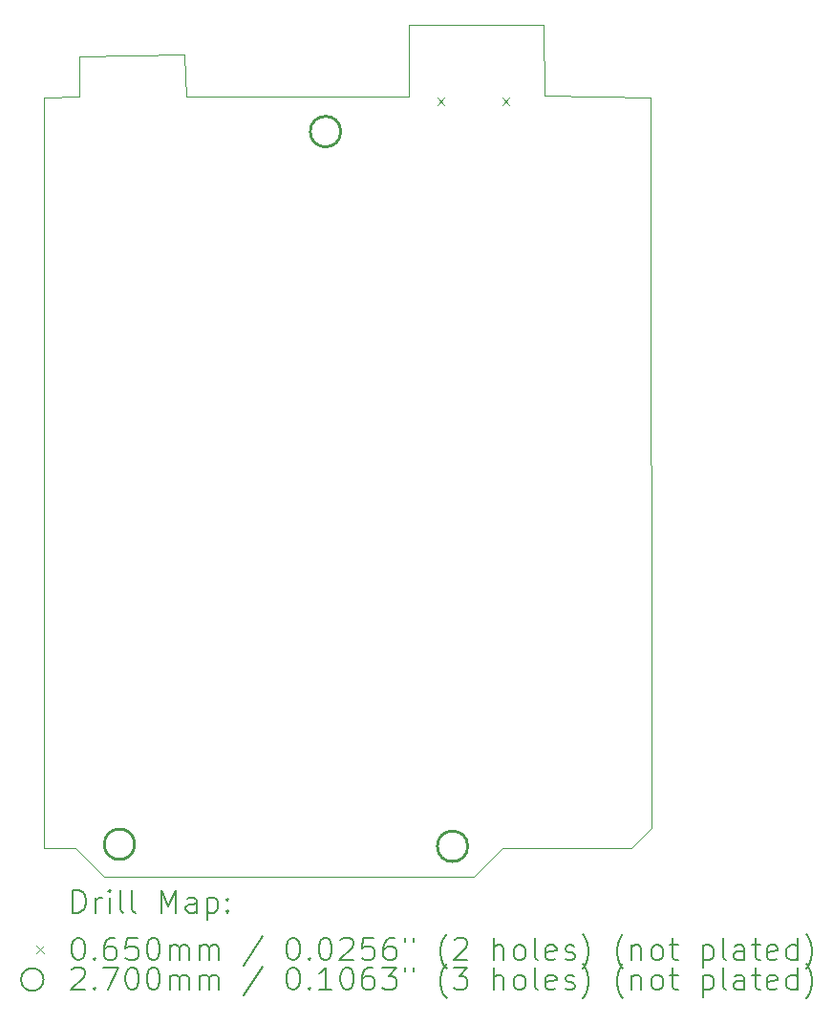
<source format=gbr>
%TF.GenerationSoftware,KiCad,Pcbnew,7.0.10*%
%TF.CreationDate,2024-01-11T23:09:00+05:30*%
%TF.ProjectId,rp2040-basic-m1,72703230-3430-42d6-9261-7369632d6d31,rev?*%
%TF.SameCoordinates,Original*%
%TF.FileFunction,Drillmap*%
%TF.FilePolarity,Positive*%
%FSLAX45Y45*%
G04 Gerber Fmt 4.5, Leading zero omitted, Abs format (unit mm)*
G04 Created by KiCad (PCBNEW 7.0.10) date 2024-01-11 23:09:00*
%MOMM*%
%LPD*%
G01*
G04 APERTURE LIST*
%ADD10C,0.100000*%
%ADD11C,0.200000*%
%ADD12C,0.270000*%
G04 APERTURE END LIST*
D10*
X23635000Y-3945000D02*
X23646000Y-4313000D01*
X26818000Y-3679000D02*
X26819000Y-4310000D01*
X22699000Y-4317000D02*
X22700000Y-3956000D01*
X22388000Y-10970000D02*
X22389000Y-4320000D01*
X27769000Y-10794000D02*
X27594000Y-10968000D01*
X26194000Y-11224000D02*
X22919000Y-11225000D01*
X22700000Y-3956000D02*
X23635000Y-3945000D01*
X26454000Y-10970000D02*
X26194000Y-11224000D01*
X23646000Y-4313000D02*
X25620000Y-4314000D01*
X25624000Y-3683000D02*
X26818000Y-3679000D01*
X25620000Y-4314000D02*
X25624000Y-3683000D01*
X22664000Y-10972000D02*
X22388000Y-10970000D01*
X22919000Y-11225000D02*
X22664000Y-10972000D01*
X27594000Y-10968000D02*
X26454000Y-10970000D01*
X26819000Y-4310000D02*
X27767000Y-4321000D01*
X27767000Y-4321000D02*
X27769000Y-10794000D01*
X22389000Y-4320000D02*
X22699000Y-4317000D01*
D11*
D10*
X25871000Y-4325500D02*
X25936000Y-4390500D01*
X25936000Y-4325500D02*
X25871000Y-4390500D01*
X26449000Y-4325500D02*
X26514000Y-4390500D01*
X26514000Y-4325500D02*
X26449000Y-4390500D01*
D12*
X23191000Y-10936000D02*
G75*
G03*
X22921000Y-10936000I-135000J0D01*
G01*
X22921000Y-10936000D02*
G75*
G03*
X23191000Y-10936000I135000J0D01*
G01*
X25017000Y-4625000D02*
G75*
G03*
X24747000Y-4625000I-135000J0D01*
G01*
X24747000Y-4625000D02*
G75*
G03*
X25017000Y-4625000I135000J0D01*
G01*
X26143000Y-10954000D02*
G75*
G03*
X25873000Y-10954000I-135000J0D01*
G01*
X25873000Y-10954000D02*
G75*
G03*
X26143000Y-10954000I135000J0D01*
G01*
D11*
X22643777Y-11541484D02*
X22643777Y-11341484D01*
X22643777Y-11341484D02*
X22691396Y-11341484D01*
X22691396Y-11341484D02*
X22719967Y-11351008D01*
X22719967Y-11351008D02*
X22739015Y-11370055D01*
X22739015Y-11370055D02*
X22748539Y-11389103D01*
X22748539Y-11389103D02*
X22758062Y-11427198D01*
X22758062Y-11427198D02*
X22758062Y-11455769D01*
X22758062Y-11455769D02*
X22748539Y-11493865D01*
X22748539Y-11493865D02*
X22739015Y-11512912D01*
X22739015Y-11512912D02*
X22719967Y-11531960D01*
X22719967Y-11531960D02*
X22691396Y-11541484D01*
X22691396Y-11541484D02*
X22643777Y-11541484D01*
X22843777Y-11541484D02*
X22843777Y-11408150D01*
X22843777Y-11446246D02*
X22853301Y-11427198D01*
X22853301Y-11427198D02*
X22862824Y-11417674D01*
X22862824Y-11417674D02*
X22881872Y-11408150D01*
X22881872Y-11408150D02*
X22900920Y-11408150D01*
X22967586Y-11541484D02*
X22967586Y-11408150D01*
X22967586Y-11341484D02*
X22958062Y-11351008D01*
X22958062Y-11351008D02*
X22967586Y-11360531D01*
X22967586Y-11360531D02*
X22977110Y-11351008D01*
X22977110Y-11351008D02*
X22967586Y-11341484D01*
X22967586Y-11341484D02*
X22967586Y-11360531D01*
X23091396Y-11541484D02*
X23072348Y-11531960D01*
X23072348Y-11531960D02*
X23062824Y-11512912D01*
X23062824Y-11512912D02*
X23062824Y-11341484D01*
X23196158Y-11541484D02*
X23177110Y-11531960D01*
X23177110Y-11531960D02*
X23167586Y-11512912D01*
X23167586Y-11512912D02*
X23167586Y-11341484D01*
X23424729Y-11541484D02*
X23424729Y-11341484D01*
X23424729Y-11341484D02*
X23491396Y-11484341D01*
X23491396Y-11484341D02*
X23558062Y-11341484D01*
X23558062Y-11341484D02*
X23558062Y-11541484D01*
X23739015Y-11541484D02*
X23739015Y-11436722D01*
X23739015Y-11436722D02*
X23729491Y-11417674D01*
X23729491Y-11417674D02*
X23710443Y-11408150D01*
X23710443Y-11408150D02*
X23672348Y-11408150D01*
X23672348Y-11408150D02*
X23653301Y-11417674D01*
X23739015Y-11531960D02*
X23719967Y-11541484D01*
X23719967Y-11541484D02*
X23672348Y-11541484D01*
X23672348Y-11541484D02*
X23653301Y-11531960D01*
X23653301Y-11531960D02*
X23643777Y-11512912D01*
X23643777Y-11512912D02*
X23643777Y-11493865D01*
X23643777Y-11493865D02*
X23653301Y-11474817D01*
X23653301Y-11474817D02*
X23672348Y-11465293D01*
X23672348Y-11465293D02*
X23719967Y-11465293D01*
X23719967Y-11465293D02*
X23739015Y-11455769D01*
X23834253Y-11408150D02*
X23834253Y-11608150D01*
X23834253Y-11417674D02*
X23853301Y-11408150D01*
X23853301Y-11408150D02*
X23891396Y-11408150D01*
X23891396Y-11408150D02*
X23910443Y-11417674D01*
X23910443Y-11417674D02*
X23919967Y-11427198D01*
X23919967Y-11427198D02*
X23929491Y-11446246D01*
X23929491Y-11446246D02*
X23929491Y-11503388D01*
X23929491Y-11503388D02*
X23919967Y-11522436D01*
X23919967Y-11522436D02*
X23910443Y-11531960D01*
X23910443Y-11531960D02*
X23891396Y-11541484D01*
X23891396Y-11541484D02*
X23853301Y-11541484D01*
X23853301Y-11541484D02*
X23834253Y-11531960D01*
X24015205Y-11522436D02*
X24024729Y-11531960D01*
X24024729Y-11531960D02*
X24015205Y-11541484D01*
X24015205Y-11541484D02*
X24005682Y-11531960D01*
X24005682Y-11531960D02*
X24015205Y-11522436D01*
X24015205Y-11522436D02*
X24015205Y-11541484D01*
X24015205Y-11417674D02*
X24024729Y-11427198D01*
X24024729Y-11427198D02*
X24015205Y-11436722D01*
X24015205Y-11436722D02*
X24005682Y-11427198D01*
X24005682Y-11427198D02*
X24015205Y-11417674D01*
X24015205Y-11417674D02*
X24015205Y-11436722D01*
D10*
X22318000Y-11837500D02*
X22383000Y-11902500D01*
X22383000Y-11837500D02*
X22318000Y-11902500D01*
D11*
X22681872Y-11761484D02*
X22700920Y-11761484D01*
X22700920Y-11761484D02*
X22719967Y-11771008D01*
X22719967Y-11771008D02*
X22729491Y-11780531D01*
X22729491Y-11780531D02*
X22739015Y-11799579D01*
X22739015Y-11799579D02*
X22748539Y-11837674D01*
X22748539Y-11837674D02*
X22748539Y-11885293D01*
X22748539Y-11885293D02*
X22739015Y-11923388D01*
X22739015Y-11923388D02*
X22729491Y-11942436D01*
X22729491Y-11942436D02*
X22719967Y-11951960D01*
X22719967Y-11951960D02*
X22700920Y-11961484D01*
X22700920Y-11961484D02*
X22681872Y-11961484D01*
X22681872Y-11961484D02*
X22662824Y-11951960D01*
X22662824Y-11951960D02*
X22653301Y-11942436D01*
X22653301Y-11942436D02*
X22643777Y-11923388D01*
X22643777Y-11923388D02*
X22634253Y-11885293D01*
X22634253Y-11885293D02*
X22634253Y-11837674D01*
X22634253Y-11837674D02*
X22643777Y-11799579D01*
X22643777Y-11799579D02*
X22653301Y-11780531D01*
X22653301Y-11780531D02*
X22662824Y-11771008D01*
X22662824Y-11771008D02*
X22681872Y-11761484D01*
X22834253Y-11942436D02*
X22843777Y-11951960D01*
X22843777Y-11951960D02*
X22834253Y-11961484D01*
X22834253Y-11961484D02*
X22824729Y-11951960D01*
X22824729Y-11951960D02*
X22834253Y-11942436D01*
X22834253Y-11942436D02*
X22834253Y-11961484D01*
X23015205Y-11761484D02*
X22977110Y-11761484D01*
X22977110Y-11761484D02*
X22958062Y-11771008D01*
X22958062Y-11771008D02*
X22948539Y-11780531D01*
X22948539Y-11780531D02*
X22929491Y-11809103D01*
X22929491Y-11809103D02*
X22919967Y-11847198D01*
X22919967Y-11847198D02*
X22919967Y-11923388D01*
X22919967Y-11923388D02*
X22929491Y-11942436D01*
X22929491Y-11942436D02*
X22939015Y-11951960D01*
X22939015Y-11951960D02*
X22958062Y-11961484D01*
X22958062Y-11961484D02*
X22996158Y-11961484D01*
X22996158Y-11961484D02*
X23015205Y-11951960D01*
X23015205Y-11951960D02*
X23024729Y-11942436D01*
X23024729Y-11942436D02*
X23034253Y-11923388D01*
X23034253Y-11923388D02*
X23034253Y-11875769D01*
X23034253Y-11875769D02*
X23024729Y-11856722D01*
X23024729Y-11856722D02*
X23015205Y-11847198D01*
X23015205Y-11847198D02*
X22996158Y-11837674D01*
X22996158Y-11837674D02*
X22958062Y-11837674D01*
X22958062Y-11837674D02*
X22939015Y-11847198D01*
X22939015Y-11847198D02*
X22929491Y-11856722D01*
X22929491Y-11856722D02*
X22919967Y-11875769D01*
X23215205Y-11761484D02*
X23119967Y-11761484D01*
X23119967Y-11761484D02*
X23110443Y-11856722D01*
X23110443Y-11856722D02*
X23119967Y-11847198D01*
X23119967Y-11847198D02*
X23139015Y-11837674D01*
X23139015Y-11837674D02*
X23186634Y-11837674D01*
X23186634Y-11837674D02*
X23205682Y-11847198D01*
X23205682Y-11847198D02*
X23215205Y-11856722D01*
X23215205Y-11856722D02*
X23224729Y-11875769D01*
X23224729Y-11875769D02*
X23224729Y-11923388D01*
X23224729Y-11923388D02*
X23215205Y-11942436D01*
X23215205Y-11942436D02*
X23205682Y-11951960D01*
X23205682Y-11951960D02*
X23186634Y-11961484D01*
X23186634Y-11961484D02*
X23139015Y-11961484D01*
X23139015Y-11961484D02*
X23119967Y-11951960D01*
X23119967Y-11951960D02*
X23110443Y-11942436D01*
X23348539Y-11761484D02*
X23367586Y-11761484D01*
X23367586Y-11761484D02*
X23386634Y-11771008D01*
X23386634Y-11771008D02*
X23396158Y-11780531D01*
X23396158Y-11780531D02*
X23405682Y-11799579D01*
X23405682Y-11799579D02*
X23415205Y-11837674D01*
X23415205Y-11837674D02*
X23415205Y-11885293D01*
X23415205Y-11885293D02*
X23405682Y-11923388D01*
X23405682Y-11923388D02*
X23396158Y-11942436D01*
X23396158Y-11942436D02*
X23386634Y-11951960D01*
X23386634Y-11951960D02*
X23367586Y-11961484D01*
X23367586Y-11961484D02*
X23348539Y-11961484D01*
X23348539Y-11961484D02*
X23329491Y-11951960D01*
X23329491Y-11951960D02*
X23319967Y-11942436D01*
X23319967Y-11942436D02*
X23310443Y-11923388D01*
X23310443Y-11923388D02*
X23300920Y-11885293D01*
X23300920Y-11885293D02*
X23300920Y-11837674D01*
X23300920Y-11837674D02*
X23310443Y-11799579D01*
X23310443Y-11799579D02*
X23319967Y-11780531D01*
X23319967Y-11780531D02*
X23329491Y-11771008D01*
X23329491Y-11771008D02*
X23348539Y-11761484D01*
X23500920Y-11961484D02*
X23500920Y-11828150D01*
X23500920Y-11847198D02*
X23510443Y-11837674D01*
X23510443Y-11837674D02*
X23529491Y-11828150D01*
X23529491Y-11828150D02*
X23558063Y-11828150D01*
X23558063Y-11828150D02*
X23577110Y-11837674D01*
X23577110Y-11837674D02*
X23586634Y-11856722D01*
X23586634Y-11856722D02*
X23586634Y-11961484D01*
X23586634Y-11856722D02*
X23596158Y-11837674D01*
X23596158Y-11837674D02*
X23615205Y-11828150D01*
X23615205Y-11828150D02*
X23643777Y-11828150D01*
X23643777Y-11828150D02*
X23662824Y-11837674D01*
X23662824Y-11837674D02*
X23672348Y-11856722D01*
X23672348Y-11856722D02*
X23672348Y-11961484D01*
X23767586Y-11961484D02*
X23767586Y-11828150D01*
X23767586Y-11847198D02*
X23777110Y-11837674D01*
X23777110Y-11837674D02*
X23796158Y-11828150D01*
X23796158Y-11828150D02*
X23824729Y-11828150D01*
X23824729Y-11828150D02*
X23843777Y-11837674D01*
X23843777Y-11837674D02*
X23853301Y-11856722D01*
X23853301Y-11856722D02*
X23853301Y-11961484D01*
X23853301Y-11856722D02*
X23862824Y-11837674D01*
X23862824Y-11837674D02*
X23881872Y-11828150D01*
X23881872Y-11828150D02*
X23910443Y-11828150D01*
X23910443Y-11828150D02*
X23929491Y-11837674D01*
X23929491Y-11837674D02*
X23939015Y-11856722D01*
X23939015Y-11856722D02*
X23939015Y-11961484D01*
X24329491Y-11751960D02*
X24158063Y-12009103D01*
X24586634Y-11761484D02*
X24605682Y-11761484D01*
X24605682Y-11761484D02*
X24624729Y-11771008D01*
X24624729Y-11771008D02*
X24634253Y-11780531D01*
X24634253Y-11780531D02*
X24643777Y-11799579D01*
X24643777Y-11799579D02*
X24653301Y-11837674D01*
X24653301Y-11837674D02*
X24653301Y-11885293D01*
X24653301Y-11885293D02*
X24643777Y-11923388D01*
X24643777Y-11923388D02*
X24634253Y-11942436D01*
X24634253Y-11942436D02*
X24624729Y-11951960D01*
X24624729Y-11951960D02*
X24605682Y-11961484D01*
X24605682Y-11961484D02*
X24586634Y-11961484D01*
X24586634Y-11961484D02*
X24567586Y-11951960D01*
X24567586Y-11951960D02*
X24558063Y-11942436D01*
X24558063Y-11942436D02*
X24548539Y-11923388D01*
X24548539Y-11923388D02*
X24539015Y-11885293D01*
X24539015Y-11885293D02*
X24539015Y-11837674D01*
X24539015Y-11837674D02*
X24548539Y-11799579D01*
X24548539Y-11799579D02*
X24558063Y-11780531D01*
X24558063Y-11780531D02*
X24567586Y-11771008D01*
X24567586Y-11771008D02*
X24586634Y-11761484D01*
X24739015Y-11942436D02*
X24748539Y-11951960D01*
X24748539Y-11951960D02*
X24739015Y-11961484D01*
X24739015Y-11961484D02*
X24729491Y-11951960D01*
X24729491Y-11951960D02*
X24739015Y-11942436D01*
X24739015Y-11942436D02*
X24739015Y-11961484D01*
X24872348Y-11761484D02*
X24891396Y-11761484D01*
X24891396Y-11761484D02*
X24910444Y-11771008D01*
X24910444Y-11771008D02*
X24919967Y-11780531D01*
X24919967Y-11780531D02*
X24929491Y-11799579D01*
X24929491Y-11799579D02*
X24939015Y-11837674D01*
X24939015Y-11837674D02*
X24939015Y-11885293D01*
X24939015Y-11885293D02*
X24929491Y-11923388D01*
X24929491Y-11923388D02*
X24919967Y-11942436D01*
X24919967Y-11942436D02*
X24910444Y-11951960D01*
X24910444Y-11951960D02*
X24891396Y-11961484D01*
X24891396Y-11961484D02*
X24872348Y-11961484D01*
X24872348Y-11961484D02*
X24853301Y-11951960D01*
X24853301Y-11951960D02*
X24843777Y-11942436D01*
X24843777Y-11942436D02*
X24834253Y-11923388D01*
X24834253Y-11923388D02*
X24824729Y-11885293D01*
X24824729Y-11885293D02*
X24824729Y-11837674D01*
X24824729Y-11837674D02*
X24834253Y-11799579D01*
X24834253Y-11799579D02*
X24843777Y-11780531D01*
X24843777Y-11780531D02*
X24853301Y-11771008D01*
X24853301Y-11771008D02*
X24872348Y-11761484D01*
X25015206Y-11780531D02*
X25024729Y-11771008D01*
X25024729Y-11771008D02*
X25043777Y-11761484D01*
X25043777Y-11761484D02*
X25091396Y-11761484D01*
X25091396Y-11761484D02*
X25110444Y-11771008D01*
X25110444Y-11771008D02*
X25119967Y-11780531D01*
X25119967Y-11780531D02*
X25129491Y-11799579D01*
X25129491Y-11799579D02*
X25129491Y-11818627D01*
X25129491Y-11818627D02*
X25119967Y-11847198D01*
X25119967Y-11847198D02*
X25005682Y-11961484D01*
X25005682Y-11961484D02*
X25129491Y-11961484D01*
X25310444Y-11761484D02*
X25215206Y-11761484D01*
X25215206Y-11761484D02*
X25205682Y-11856722D01*
X25205682Y-11856722D02*
X25215206Y-11847198D01*
X25215206Y-11847198D02*
X25234253Y-11837674D01*
X25234253Y-11837674D02*
X25281872Y-11837674D01*
X25281872Y-11837674D02*
X25300920Y-11847198D01*
X25300920Y-11847198D02*
X25310444Y-11856722D01*
X25310444Y-11856722D02*
X25319967Y-11875769D01*
X25319967Y-11875769D02*
X25319967Y-11923388D01*
X25319967Y-11923388D02*
X25310444Y-11942436D01*
X25310444Y-11942436D02*
X25300920Y-11951960D01*
X25300920Y-11951960D02*
X25281872Y-11961484D01*
X25281872Y-11961484D02*
X25234253Y-11961484D01*
X25234253Y-11961484D02*
X25215206Y-11951960D01*
X25215206Y-11951960D02*
X25205682Y-11942436D01*
X25491396Y-11761484D02*
X25453301Y-11761484D01*
X25453301Y-11761484D02*
X25434253Y-11771008D01*
X25434253Y-11771008D02*
X25424729Y-11780531D01*
X25424729Y-11780531D02*
X25405682Y-11809103D01*
X25405682Y-11809103D02*
X25396158Y-11847198D01*
X25396158Y-11847198D02*
X25396158Y-11923388D01*
X25396158Y-11923388D02*
X25405682Y-11942436D01*
X25405682Y-11942436D02*
X25415206Y-11951960D01*
X25415206Y-11951960D02*
X25434253Y-11961484D01*
X25434253Y-11961484D02*
X25472348Y-11961484D01*
X25472348Y-11961484D02*
X25491396Y-11951960D01*
X25491396Y-11951960D02*
X25500920Y-11942436D01*
X25500920Y-11942436D02*
X25510444Y-11923388D01*
X25510444Y-11923388D02*
X25510444Y-11875769D01*
X25510444Y-11875769D02*
X25500920Y-11856722D01*
X25500920Y-11856722D02*
X25491396Y-11847198D01*
X25491396Y-11847198D02*
X25472348Y-11837674D01*
X25472348Y-11837674D02*
X25434253Y-11837674D01*
X25434253Y-11837674D02*
X25415206Y-11847198D01*
X25415206Y-11847198D02*
X25405682Y-11856722D01*
X25405682Y-11856722D02*
X25396158Y-11875769D01*
X25586634Y-11761484D02*
X25586634Y-11799579D01*
X25662825Y-11761484D02*
X25662825Y-11799579D01*
X25958063Y-12037674D02*
X25948539Y-12028150D01*
X25948539Y-12028150D02*
X25929491Y-11999579D01*
X25929491Y-11999579D02*
X25919968Y-11980531D01*
X25919968Y-11980531D02*
X25910444Y-11951960D01*
X25910444Y-11951960D02*
X25900920Y-11904341D01*
X25900920Y-11904341D02*
X25900920Y-11866246D01*
X25900920Y-11866246D02*
X25910444Y-11818627D01*
X25910444Y-11818627D02*
X25919968Y-11790055D01*
X25919968Y-11790055D02*
X25929491Y-11771008D01*
X25929491Y-11771008D02*
X25948539Y-11742436D01*
X25948539Y-11742436D02*
X25958063Y-11732912D01*
X26024729Y-11780531D02*
X26034253Y-11771008D01*
X26034253Y-11771008D02*
X26053301Y-11761484D01*
X26053301Y-11761484D02*
X26100920Y-11761484D01*
X26100920Y-11761484D02*
X26119968Y-11771008D01*
X26119968Y-11771008D02*
X26129491Y-11780531D01*
X26129491Y-11780531D02*
X26139015Y-11799579D01*
X26139015Y-11799579D02*
X26139015Y-11818627D01*
X26139015Y-11818627D02*
X26129491Y-11847198D01*
X26129491Y-11847198D02*
X26015206Y-11961484D01*
X26015206Y-11961484D02*
X26139015Y-11961484D01*
X26377110Y-11961484D02*
X26377110Y-11761484D01*
X26462825Y-11961484D02*
X26462825Y-11856722D01*
X26462825Y-11856722D02*
X26453301Y-11837674D01*
X26453301Y-11837674D02*
X26434253Y-11828150D01*
X26434253Y-11828150D02*
X26405682Y-11828150D01*
X26405682Y-11828150D02*
X26386634Y-11837674D01*
X26386634Y-11837674D02*
X26377110Y-11847198D01*
X26586634Y-11961484D02*
X26567587Y-11951960D01*
X26567587Y-11951960D02*
X26558063Y-11942436D01*
X26558063Y-11942436D02*
X26548539Y-11923388D01*
X26548539Y-11923388D02*
X26548539Y-11866246D01*
X26548539Y-11866246D02*
X26558063Y-11847198D01*
X26558063Y-11847198D02*
X26567587Y-11837674D01*
X26567587Y-11837674D02*
X26586634Y-11828150D01*
X26586634Y-11828150D02*
X26615206Y-11828150D01*
X26615206Y-11828150D02*
X26634253Y-11837674D01*
X26634253Y-11837674D02*
X26643777Y-11847198D01*
X26643777Y-11847198D02*
X26653301Y-11866246D01*
X26653301Y-11866246D02*
X26653301Y-11923388D01*
X26653301Y-11923388D02*
X26643777Y-11942436D01*
X26643777Y-11942436D02*
X26634253Y-11951960D01*
X26634253Y-11951960D02*
X26615206Y-11961484D01*
X26615206Y-11961484D02*
X26586634Y-11961484D01*
X26767587Y-11961484D02*
X26748539Y-11951960D01*
X26748539Y-11951960D02*
X26739015Y-11932912D01*
X26739015Y-11932912D02*
X26739015Y-11761484D01*
X26919968Y-11951960D02*
X26900920Y-11961484D01*
X26900920Y-11961484D02*
X26862825Y-11961484D01*
X26862825Y-11961484D02*
X26843777Y-11951960D01*
X26843777Y-11951960D02*
X26834253Y-11932912D01*
X26834253Y-11932912D02*
X26834253Y-11856722D01*
X26834253Y-11856722D02*
X26843777Y-11837674D01*
X26843777Y-11837674D02*
X26862825Y-11828150D01*
X26862825Y-11828150D02*
X26900920Y-11828150D01*
X26900920Y-11828150D02*
X26919968Y-11837674D01*
X26919968Y-11837674D02*
X26929491Y-11856722D01*
X26929491Y-11856722D02*
X26929491Y-11875769D01*
X26929491Y-11875769D02*
X26834253Y-11894817D01*
X27005682Y-11951960D02*
X27024730Y-11961484D01*
X27024730Y-11961484D02*
X27062825Y-11961484D01*
X27062825Y-11961484D02*
X27081872Y-11951960D01*
X27081872Y-11951960D02*
X27091396Y-11932912D01*
X27091396Y-11932912D02*
X27091396Y-11923388D01*
X27091396Y-11923388D02*
X27081872Y-11904341D01*
X27081872Y-11904341D02*
X27062825Y-11894817D01*
X27062825Y-11894817D02*
X27034253Y-11894817D01*
X27034253Y-11894817D02*
X27015206Y-11885293D01*
X27015206Y-11885293D02*
X27005682Y-11866246D01*
X27005682Y-11866246D02*
X27005682Y-11856722D01*
X27005682Y-11856722D02*
X27015206Y-11837674D01*
X27015206Y-11837674D02*
X27034253Y-11828150D01*
X27034253Y-11828150D02*
X27062825Y-11828150D01*
X27062825Y-11828150D02*
X27081872Y-11837674D01*
X27158063Y-12037674D02*
X27167587Y-12028150D01*
X27167587Y-12028150D02*
X27186634Y-11999579D01*
X27186634Y-11999579D02*
X27196158Y-11980531D01*
X27196158Y-11980531D02*
X27205682Y-11951960D01*
X27205682Y-11951960D02*
X27215206Y-11904341D01*
X27215206Y-11904341D02*
X27215206Y-11866246D01*
X27215206Y-11866246D02*
X27205682Y-11818627D01*
X27205682Y-11818627D02*
X27196158Y-11790055D01*
X27196158Y-11790055D02*
X27186634Y-11771008D01*
X27186634Y-11771008D02*
X27167587Y-11742436D01*
X27167587Y-11742436D02*
X27158063Y-11732912D01*
X27519968Y-12037674D02*
X27510444Y-12028150D01*
X27510444Y-12028150D02*
X27491396Y-11999579D01*
X27491396Y-11999579D02*
X27481872Y-11980531D01*
X27481872Y-11980531D02*
X27472349Y-11951960D01*
X27472349Y-11951960D02*
X27462825Y-11904341D01*
X27462825Y-11904341D02*
X27462825Y-11866246D01*
X27462825Y-11866246D02*
X27472349Y-11818627D01*
X27472349Y-11818627D02*
X27481872Y-11790055D01*
X27481872Y-11790055D02*
X27491396Y-11771008D01*
X27491396Y-11771008D02*
X27510444Y-11742436D01*
X27510444Y-11742436D02*
X27519968Y-11732912D01*
X27596158Y-11828150D02*
X27596158Y-11961484D01*
X27596158Y-11847198D02*
X27605682Y-11837674D01*
X27605682Y-11837674D02*
X27624730Y-11828150D01*
X27624730Y-11828150D02*
X27653301Y-11828150D01*
X27653301Y-11828150D02*
X27672349Y-11837674D01*
X27672349Y-11837674D02*
X27681872Y-11856722D01*
X27681872Y-11856722D02*
X27681872Y-11961484D01*
X27805682Y-11961484D02*
X27786634Y-11951960D01*
X27786634Y-11951960D02*
X27777111Y-11942436D01*
X27777111Y-11942436D02*
X27767587Y-11923388D01*
X27767587Y-11923388D02*
X27767587Y-11866246D01*
X27767587Y-11866246D02*
X27777111Y-11847198D01*
X27777111Y-11847198D02*
X27786634Y-11837674D01*
X27786634Y-11837674D02*
X27805682Y-11828150D01*
X27805682Y-11828150D02*
X27834253Y-11828150D01*
X27834253Y-11828150D02*
X27853301Y-11837674D01*
X27853301Y-11837674D02*
X27862825Y-11847198D01*
X27862825Y-11847198D02*
X27872349Y-11866246D01*
X27872349Y-11866246D02*
X27872349Y-11923388D01*
X27872349Y-11923388D02*
X27862825Y-11942436D01*
X27862825Y-11942436D02*
X27853301Y-11951960D01*
X27853301Y-11951960D02*
X27834253Y-11961484D01*
X27834253Y-11961484D02*
X27805682Y-11961484D01*
X27929492Y-11828150D02*
X28005682Y-11828150D01*
X27958063Y-11761484D02*
X27958063Y-11932912D01*
X27958063Y-11932912D02*
X27967587Y-11951960D01*
X27967587Y-11951960D02*
X27986634Y-11961484D01*
X27986634Y-11961484D02*
X28005682Y-11961484D01*
X28224730Y-11828150D02*
X28224730Y-12028150D01*
X28224730Y-11837674D02*
X28243777Y-11828150D01*
X28243777Y-11828150D02*
X28281873Y-11828150D01*
X28281873Y-11828150D02*
X28300920Y-11837674D01*
X28300920Y-11837674D02*
X28310444Y-11847198D01*
X28310444Y-11847198D02*
X28319968Y-11866246D01*
X28319968Y-11866246D02*
X28319968Y-11923388D01*
X28319968Y-11923388D02*
X28310444Y-11942436D01*
X28310444Y-11942436D02*
X28300920Y-11951960D01*
X28300920Y-11951960D02*
X28281873Y-11961484D01*
X28281873Y-11961484D02*
X28243777Y-11961484D01*
X28243777Y-11961484D02*
X28224730Y-11951960D01*
X28434253Y-11961484D02*
X28415206Y-11951960D01*
X28415206Y-11951960D02*
X28405682Y-11932912D01*
X28405682Y-11932912D02*
X28405682Y-11761484D01*
X28596158Y-11961484D02*
X28596158Y-11856722D01*
X28596158Y-11856722D02*
X28586634Y-11837674D01*
X28586634Y-11837674D02*
X28567587Y-11828150D01*
X28567587Y-11828150D02*
X28529492Y-11828150D01*
X28529492Y-11828150D02*
X28510444Y-11837674D01*
X28596158Y-11951960D02*
X28577111Y-11961484D01*
X28577111Y-11961484D02*
X28529492Y-11961484D01*
X28529492Y-11961484D02*
X28510444Y-11951960D01*
X28510444Y-11951960D02*
X28500920Y-11932912D01*
X28500920Y-11932912D02*
X28500920Y-11913865D01*
X28500920Y-11913865D02*
X28510444Y-11894817D01*
X28510444Y-11894817D02*
X28529492Y-11885293D01*
X28529492Y-11885293D02*
X28577111Y-11885293D01*
X28577111Y-11885293D02*
X28596158Y-11875769D01*
X28662825Y-11828150D02*
X28739015Y-11828150D01*
X28691396Y-11761484D02*
X28691396Y-11932912D01*
X28691396Y-11932912D02*
X28700920Y-11951960D01*
X28700920Y-11951960D02*
X28719968Y-11961484D01*
X28719968Y-11961484D02*
X28739015Y-11961484D01*
X28881873Y-11951960D02*
X28862825Y-11961484D01*
X28862825Y-11961484D02*
X28824730Y-11961484D01*
X28824730Y-11961484D02*
X28805682Y-11951960D01*
X28805682Y-11951960D02*
X28796158Y-11932912D01*
X28796158Y-11932912D02*
X28796158Y-11856722D01*
X28796158Y-11856722D02*
X28805682Y-11837674D01*
X28805682Y-11837674D02*
X28824730Y-11828150D01*
X28824730Y-11828150D02*
X28862825Y-11828150D01*
X28862825Y-11828150D02*
X28881873Y-11837674D01*
X28881873Y-11837674D02*
X28891396Y-11856722D01*
X28891396Y-11856722D02*
X28891396Y-11875769D01*
X28891396Y-11875769D02*
X28796158Y-11894817D01*
X29062825Y-11961484D02*
X29062825Y-11761484D01*
X29062825Y-11951960D02*
X29043777Y-11961484D01*
X29043777Y-11961484D02*
X29005682Y-11961484D01*
X29005682Y-11961484D02*
X28986634Y-11951960D01*
X28986634Y-11951960D02*
X28977111Y-11942436D01*
X28977111Y-11942436D02*
X28967587Y-11923388D01*
X28967587Y-11923388D02*
X28967587Y-11866246D01*
X28967587Y-11866246D02*
X28977111Y-11847198D01*
X28977111Y-11847198D02*
X28986634Y-11837674D01*
X28986634Y-11837674D02*
X29005682Y-11828150D01*
X29005682Y-11828150D02*
X29043777Y-11828150D01*
X29043777Y-11828150D02*
X29062825Y-11837674D01*
X29139015Y-12037674D02*
X29148539Y-12028150D01*
X29148539Y-12028150D02*
X29167587Y-11999579D01*
X29167587Y-11999579D02*
X29177111Y-11980531D01*
X29177111Y-11980531D02*
X29186634Y-11951960D01*
X29186634Y-11951960D02*
X29196158Y-11904341D01*
X29196158Y-11904341D02*
X29196158Y-11866246D01*
X29196158Y-11866246D02*
X29186634Y-11818627D01*
X29186634Y-11818627D02*
X29177111Y-11790055D01*
X29177111Y-11790055D02*
X29167587Y-11771008D01*
X29167587Y-11771008D02*
X29148539Y-11742436D01*
X29148539Y-11742436D02*
X29139015Y-11732912D01*
X22383000Y-12134000D02*
G75*
G03*
X22183000Y-12134000I-100000J0D01*
G01*
X22183000Y-12134000D02*
G75*
G03*
X22383000Y-12134000I100000J0D01*
G01*
X22634253Y-12044531D02*
X22643777Y-12035008D01*
X22643777Y-12035008D02*
X22662824Y-12025484D01*
X22662824Y-12025484D02*
X22710443Y-12025484D01*
X22710443Y-12025484D02*
X22729491Y-12035008D01*
X22729491Y-12035008D02*
X22739015Y-12044531D01*
X22739015Y-12044531D02*
X22748539Y-12063579D01*
X22748539Y-12063579D02*
X22748539Y-12082627D01*
X22748539Y-12082627D02*
X22739015Y-12111198D01*
X22739015Y-12111198D02*
X22624729Y-12225484D01*
X22624729Y-12225484D02*
X22748539Y-12225484D01*
X22834253Y-12206436D02*
X22843777Y-12215960D01*
X22843777Y-12215960D02*
X22834253Y-12225484D01*
X22834253Y-12225484D02*
X22824729Y-12215960D01*
X22824729Y-12215960D02*
X22834253Y-12206436D01*
X22834253Y-12206436D02*
X22834253Y-12225484D01*
X22910443Y-12025484D02*
X23043777Y-12025484D01*
X23043777Y-12025484D02*
X22958062Y-12225484D01*
X23158062Y-12025484D02*
X23177110Y-12025484D01*
X23177110Y-12025484D02*
X23196158Y-12035008D01*
X23196158Y-12035008D02*
X23205682Y-12044531D01*
X23205682Y-12044531D02*
X23215205Y-12063579D01*
X23215205Y-12063579D02*
X23224729Y-12101674D01*
X23224729Y-12101674D02*
X23224729Y-12149293D01*
X23224729Y-12149293D02*
X23215205Y-12187388D01*
X23215205Y-12187388D02*
X23205682Y-12206436D01*
X23205682Y-12206436D02*
X23196158Y-12215960D01*
X23196158Y-12215960D02*
X23177110Y-12225484D01*
X23177110Y-12225484D02*
X23158062Y-12225484D01*
X23158062Y-12225484D02*
X23139015Y-12215960D01*
X23139015Y-12215960D02*
X23129491Y-12206436D01*
X23129491Y-12206436D02*
X23119967Y-12187388D01*
X23119967Y-12187388D02*
X23110443Y-12149293D01*
X23110443Y-12149293D02*
X23110443Y-12101674D01*
X23110443Y-12101674D02*
X23119967Y-12063579D01*
X23119967Y-12063579D02*
X23129491Y-12044531D01*
X23129491Y-12044531D02*
X23139015Y-12035008D01*
X23139015Y-12035008D02*
X23158062Y-12025484D01*
X23348539Y-12025484D02*
X23367586Y-12025484D01*
X23367586Y-12025484D02*
X23386634Y-12035008D01*
X23386634Y-12035008D02*
X23396158Y-12044531D01*
X23396158Y-12044531D02*
X23405682Y-12063579D01*
X23405682Y-12063579D02*
X23415205Y-12101674D01*
X23415205Y-12101674D02*
X23415205Y-12149293D01*
X23415205Y-12149293D02*
X23405682Y-12187388D01*
X23405682Y-12187388D02*
X23396158Y-12206436D01*
X23396158Y-12206436D02*
X23386634Y-12215960D01*
X23386634Y-12215960D02*
X23367586Y-12225484D01*
X23367586Y-12225484D02*
X23348539Y-12225484D01*
X23348539Y-12225484D02*
X23329491Y-12215960D01*
X23329491Y-12215960D02*
X23319967Y-12206436D01*
X23319967Y-12206436D02*
X23310443Y-12187388D01*
X23310443Y-12187388D02*
X23300920Y-12149293D01*
X23300920Y-12149293D02*
X23300920Y-12101674D01*
X23300920Y-12101674D02*
X23310443Y-12063579D01*
X23310443Y-12063579D02*
X23319967Y-12044531D01*
X23319967Y-12044531D02*
X23329491Y-12035008D01*
X23329491Y-12035008D02*
X23348539Y-12025484D01*
X23500920Y-12225484D02*
X23500920Y-12092150D01*
X23500920Y-12111198D02*
X23510443Y-12101674D01*
X23510443Y-12101674D02*
X23529491Y-12092150D01*
X23529491Y-12092150D02*
X23558063Y-12092150D01*
X23558063Y-12092150D02*
X23577110Y-12101674D01*
X23577110Y-12101674D02*
X23586634Y-12120722D01*
X23586634Y-12120722D02*
X23586634Y-12225484D01*
X23586634Y-12120722D02*
X23596158Y-12101674D01*
X23596158Y-12101674D02*
X23615205Y-12092150D01*
X23615205Y-12092150D02*
X23643777Y-12092150D01*
X23643777Y-12092150D02*
X23662824Y-12101674D01*
X23662824Y-12101674D02*
X23672348Y-12120722D01*
X23672348Y-12120722D02*
X23672348Y-12225484D01*
X23767586Y-12225484D02*
X23767586Y-12092150D01*
X23767586Y-12111198D02*
X23777110Y-12101674D01*
X23777110Y-12101674D02*
X23796158Y-12092150D01*
X23796158Y-12092150D02*
X23824729Y-12092150D01*
X23824729Y-12092150D02*
X23843777Y-12101674D01*
X23843777Y-12101674D02*
X23853301Y-12120722D01*
X23853301Y-12120722D02*
X23853301Y-12225484D01*
X23853301Y-12120722D02*
X23862824Y-12101674D01*
X23862824Y-12101674D02*
X23881872Y-12092150D01*
X23881872Y-12092150D02*
X23910443Y-12092150D01*
X23910443Y-12092150D02*
X23929491Y-12101674D01*
X23929491Y-12101674D02*
X23939015Y-12120722D01*
X23939015Y-12120722D02*
X23939015Y-12225484D01*
X24329491Y-12015960D02*
X24158063Y-12273103D01*
X24586634Y-12025484D02*
X24605682Y-12025484D01*
X24605682Y-12025484D02*
X24624729Y-12035008D01*
X24624729Y-12035008D02*
X24634253Y-12044531D01*
X24634253Y-12044531D02*
X24643777Y-12063579D01*
X24643777Y-12063579D02*
X24653301Y-12101674D01*
X24653301Y-12101674D02*
X24653301Y-12149293D01*
X24653301Y-12149293D02*
X24643777Y-12187388D01*
X24643777Y-12187388D02*
X24634253Y-12206436D01*
X24634253Y-12206436D02*
X24624729Y-12215960D01*
X24624729Y-12215960D02*
X24605682Y-12225484D01*
X24605682Y-12225484D02*
X24586634Y-12225484D01*
X24586634Y-12225484D02*
X24567586Y-12215960D01*
X24567586Y-12215960D02*
X24558063Y-12206436D01*
X24558063Y-12206436D02*
X24548539Y-12187388D01*
X24548539Y-12187388D02*
X24539015Y-12149293D01*
X24539015Y-12149293D02*
X24539015Y-12101674D01*
X24539015Y-12101674D02*
X24548539Y-12063579D01*
X24548539Y-12063579D02*
X24558063Y-12044531D01*
X24558063Y-12044531D02*
X24567586Y-12035008D01*
X24567586Y-12035008D02*
X24586634Y-12025484D01*
X24739015Y-12206436D02*
X24748539Y-12215960D01*
X24748539Y-12215960D02*
X24739015Y-12225484D01*
X24739015Y-12225484D02*
X24729491Y-12215960D01*
X24729491Y-12215960D02*
X24739015Y-12206436D01*
X24739015Y-12206436D02*
X24739015Y-12225484D01*
X24939015Y-12225484D02*
X24824729Y-12225484D01*
X24881872Y-12225484D02*
X24881872Y-12025484D01*
X24881872Y-12025484D02*
X24862825Y-12054055D01*
X24862825Y-12054055D02*
X24843777Y-12073103D01*
X24843777Y-12073103D02*
X24824729Y-12082627D01*
X25062825Y-12025484D02*
X25081872Y-12025484D01*
X25081872Y-12025484D02*
X25100920Y-12035008D01*
X25100920Y-12035008D02*
X25110444Y-12044531D01*
X25110444Y-12044531D02*
X25119967Y-12063579D01*
X25119967Y-12063579D02*
X25129491Y-12101674D01*
X25129491Y-12101674D02*
X25129491Y-12149293D01*
X25129491Y-12149293D02*
X25119967Y-12187388D01*
X25119967Y-12187388D02*
X25110444Y-12206436D01*
X25110444Y-12206436D02*
X25100920Y-12215960D01*
X25100920Y-12215960D02*
X25081872Y-12225484D01*
X25081872Y-12225484D02*
X25062825Y-12225484D01*
X25062825Y-12225484D02*
X25043777Y-12215960D01*
X25043777Y-12215960D02*
X25034253Y-12206436D01*
X25034253Y-12206436D02*
X25024729Y-12187388D01*
X25024729Y-12187388D02*
X25015206Y-12149293D01*
X25015206Y-12149293D02*
X25015206Y-12101674D01*
X25015206Y-12101674D02*
X25024729Y-12063579D01*
X25024729Y-12063579D02*
X25034253Y-12044531D01*
X25034253Y-12044531D02*
X25043777Y-12035008D01*
X25043777Y-12035008D02*
X25062825Y-12025484D01*
X25300920Y-12025484D02*
X25262825Y-12025484D01*
X25262825Y-12025484D02*
X25243777Y-12035008D01*
X25243777Y-12035008D02*
X25234253Y-12044531D01*
X25234253Y-12044531D02*
X25215206Y-12073103D01*
X25215206Y-12073103D02*
X25205682Y-12111198D01*
X25205682Y-12111198D02*
X25205682Y-12187388D01*
X25205682Y-12187388D02*
X25215206Y-12206436D01*
X25215206Y-12206436D02*
X25224729Y-12215960D01*
X25224729Y-12215960D02*
X25243777Y-12225484D01*
X25243777Y-12225484D02*
X25281872Y-12225484D01*
X25281872Y-12225484D02*
X25300920Y-12215960D01*
X25300920Y-12215960D02*
X25310444Y-12206436D01*
X25310444Y-12206436D02*
X25319967Y-12187388D01*
X25319967Y-12187388D02*
X25319967Y-12139769D01*
X25319967Y-12139769D02*
X25310444Y-12120722D01*
X25310444Y-12120722D02*
X25300920Y-12111198D01*
X25300920Y-12111198D02*
X25281872Y-12101674D01*
X25281872Y-12101674D02*
X25243777Y-12101674D01*
X25243777Y-12101674D02*
X25224729Y-12111198D01*
X25224729Y-12111198D02*
X25215206Y-12120722D01*
X25215206Y-12120722D02*
X25205682Y-12139769D01*
X25386634Y-12025484D02*
X25510444Y-12025484D01*
X25510444Y-12025484D02*
X25443777Y-12101674D01*
X25443777Y-12101674D02*
X25472348Y-12101674D01*
X25472348Y-12101674D02*
X25491396Y-12111198D01*
X25491396Y-12111198D02*
X25500920Y-12120722D01*
X25500920Y-12120722D02*
X25510444Y-12139769D01*
X25510444Y-12139769D02*
X25510444Y-12187388D01*
X25510444Y-12187388D02*
X25500920Y-12206436D01*
X25500920Y-12206436D02*
X25491396Y-12215960D01*
X25491396Y-12215960D02*
X25472348Y-12225484D01*
X25472348Y-12225484D02*
X25415206Y-12225484D01*
X25415206Y-12225484D02*
X25396158Y-12215960D01*
X25396158Y-12215960D02*
X25386634Y-12206436D01*
X25586634Y-12025484D02*
X25586634Y-12063579D01*
X25662825Y-12025484D02*
X25662825Y-12063579D01*
X25958063Y-12301674D02*
X25948539Y-12292150D01*
X25948539Y-12292150D02*
X25929491Y-12263579D01*
X25929491Y-12263579D02*
X25919968Y-12244531D01*
X25919968Y-12244531D02*
X25910444Y-12215960D01*
X25910444Y-12215960D02*
X25900920Y-12168341D01*
X25900920Y-12168341D02*
X25900920Y-12130246D01*
X25900920Y-12130246D02*
X25910444Y-12082627D01*
X25910444Y-12082627D02*
X25919968Y-12054055D01*
X25919968Y-12054055D02*
X25929491Y-12035008D01*
X25929491Y-12035008D02*
X25948539Y-12006436D01*
X25948539Y-12006436D02*
X25958063Y-11996912D01*
X26015206Y-12025484D02*
X26139015Y-12025484D01*
X26139015Y-12025484D02*
X26072348Y-12101674D01*
X26072348Y-12101674D02*
X26100920Y-12101674D01*
X26100920Y-12101674D02*
X26119968Y-12111198D01*
X26119968Y-12111198D02*
X26129491Y-12120722D01*
X26129491Y-12120722D02*
X26139015Y-12139769D01*
X26139015Y-12139769D02*
X26139015Y-12187388D01*
X26139015Y-12187388D02*
X26129491Y-12206436D01*
X26129491Y-12206436D02*
X26119968Y-12215960D01*
X26119968Y-12215960D02*
X26100920Y-12225484D01*
X26100920Y-12225484D02*
X26043777Y-12225484D01*
X26043777Y-12225484D02*
X26024729Y-12215960D01*
X26024729Y-12215960D02*
X26015206Y-12206436D01*
X26377110Y-12225484D02*
X26377110Y-12025484D01*
X26462825Y-12225484D02*
X26462825Y-12120722D01*
X26462825Y-12120722D02*
X26453301Y-12101674D01*
X26453301Y-12101674D02*
X26434253Y-12092150D01*
X26434253Y-12092150D02*
X26405682Y-12092150D01*
X26405682Y-12092150D02*
X26386634Y-12101674D01*
X26386634Y-12101674D02*
X26377110Y-12111198D01*
X26586634Y-12225484D02*
X26567587Y-12215960D01*
X26567587Y-12215960D02*
X26558063Y-12206436D01*
X26558063Y-12206436D02*
X26548539Y-12187388D01*
X26548539Y-12187388D02*
X26548539Y-12130246D01*
X26548539Y-12130246D02*
X26558063Y-12111198D01*
X26558063Y-12111198D02*
X26567587Y-12101674D01*
X26567587Y-12101674D02*
X26586634Y-12092150D01*
X26586634Y-12092150D02*
X26615206Y-12092150D01*
X26615206Y-12092150D02*
X26634253Y-12101674D01*
X26634253Y-12101674D02*
X26643777Y-12111198D01*
X26643777Y-12111198D02*
X26653301Y-12130246D01*
X26653301Y-12130246D02*
X26653301Y-12187388D01*
X26653301Y-12187388D02*
X26643777Y-12206436D01*
X26643777Y-12206436D02*
X26634253Y-12215960D01*
X26634253Y-12215960D02*
X26615206Y-12225484D01*
X26615206Y-12225484D02*
X26586634Y-12225484D01*
X26767587Y-12225484D02*
X26748539Y-12215960D01*
X26748539Y-12215960D02*
X26739015Y-12196912D01*
X26739015Y-12196912D02*
X26739015Y-12025484D01*
X26919968Y-12215960D02*
X26900920Y-12225484D01*
X26900920Y-12225484D02*
X26862825Y-12225484D01*
X26862825Y-12225484D02*
X26843777Y-12215960D01*
X26843777Y-12215960D02*
X26834253Y-12196912D01*
X26834253Y-12196912D02*
X26834253Y-12120722D01*
X26834253Y-12120722D02*
X26843777Y-12101674D01*
X26843777Y-12101674D02*
X26862825Y-12092150D01*
X26862825Y-12092150D02*
X26900920Y-12092150D01*
X26900920Y-12092150D02*
X26919968Y-12101674D01*
X26919968Y-12101674D02*
X26929491Y-12120722D01*
X26929491Y-12120722D02*
X26929491Y-12139769D01*
X26929491Y-12139769D02*
X26834253Y-12158817D01*
X27005682Y-12215960D02*
X27024730Y-12225484D01*
X27024730Y-12225484D02*
X27062825Y-12225484D01*
X27062825Y-12225484D02*
X27081872Y-12215960D01*
X27081872Y-12215960D02*
X27091396Y-12196912D01*
X27091396Y-12196912D02*
X27091396Y-12187388D01*
X27091396Y-12187388D02*
X27081872Y-12168341D01*
X27081872Y-12168341D02*
X27062825Y-12158817D01*
X27062825Y-12158817D02*
X27034253Y-12158817D01*
X27034253Y-12158817D02*
X27015206Y-12149293D01*
X27015206Y-12149293D02*
X27005682Y-12130246D01*
X27005682Y-12130246D02*
X27005682Y-12120722D01*
X27005682Y-12120722D02*
X27015206Y-12101674D01*
X27015206Y-12101674D02*
X27034253Y-12092150D01*
X27034253Y-12092150D02*
X27062825Y-12092150D01*
X27062825Y-12092150D02*
X27081872Y-12101674D01*
X27158063Y-12301674D02*
X27167587Y-12292150D01*
X27167587Y-12292150D02*
X27186634Y-12263579D01*
X27186634Y-12263579D02*
X27196158Y-12244531D01*
X27196158Y-12244531D02*
X27205682Y-12215960D01*
X27205682Y-12215960D02*
X27215206Y-12168341D01*
X27215206Y-12168341D02*
X27215206Y-12130246D01*
X27215206Y-12130246D02*
X27205682Y-12082627D01*
X27205682Y-12082627D02*
X27196158Y-12054055D01*
X27196158Y-12054055D02*
X27186634Y-12035008D01*
X27186634Y-12035008D02*
X27167587Y-12006436D01*
X27167587Y-12006436D02*
X27158063Y-11996912D01*
X27519968Y-12301674D02*
X27510444Y-12292150D01*
X27510444Y-12292150D02*
X27491396Y-12263579D01*
X27491396Y-12263579D02*
X27481872Y-12244531D01*
X27481872Y-12244531D02*
X27472349Y-12215960D01*
X27472349Y-12215960D02*
X27462825Y-12168341D01*
X27462825Y-12168341D02*
X27462825Y-12130246D01*
X27462825Y-12130246D02*
X27472349Y-12082627D01*
X27472349Y-12082627D02*
X27481872Y-12054055D01*
X27481872Y-12054055D02*
X27491396Y-12035008D01*
X27491396Y-12035008D02*
X27510444Y-12006436D01*
X27510444Y-12006436D02*
X27519968Y-11996912D01*
X27596158Y-12092150D02*
X27596158Y-12225484D01*
X27596158Y-12111198D02*
X27605682Y-12101674D01*
X27605682Y-12101674D02*
X27624730Y-12092150D01*
X27624730Y-12092150D02*
X27653301Y-12092150D01*
X27653301Y-12092150D02*
X27672349Y-12101674D01*
X27672349Y-12101674D02*
X27681872Y-12120722D01*
X27681872Y-12120722D02*
X27681872Y-12225484D01*
X27805682Y-12225484D02*
X27786634Y-12215960D01*
X27786634Y-12215960D02*
X27777111Y-12206436D01*
X27777111Y-12206436D02*
X27767587Y-12187388D01*
X27767587Y-12187388D02*
X27767587Y-12130246D01*
X27767587Y-12130246D02*
X27777111Y-12111198D01*
X27777111Y-12111198D02*
X27786634Y-12101674D01*
X27786634Y-12101674D02*
X27805682Y-12092150D01*
X27805682Y-12092150D02*
X27834253Y-12092150D01*
X27834253Y-12092150D02*
X27853301Y-12101674D01*
X27853301Y-12101674D02*
X27862825Y-12111198D01*
X27862825Y-12111198D02*
X27872349Y-12130246D01*
X27872349Y-12130246D02*
X27872349Y-12187388D01*
X27872349Y-12187388D02*
X27862825Y-12206436D01*
X27862825Y-12206436D02*
X27853301Y-12215960D01*
X27853301Y-12215960D02*
X27834253Y-12225484D01*
X27834253Y-12225484D02*
X27805682Y-12225484D01*
X27929492Y-12092150D02*
X28005682Y-12092150D01*
X27958063Y-12025484D02*
X27958063Y-12196912D01*
X27958063Y-12196912D02*
X27967587Y-12215960D01*
X27967587Y-12215960D02*
X27986634Y-12225484D01*
X27986634Y-12225484D02*
X28005682Y-12225484D01*
X28224730Y-12092150D02*
X28224730Y-12292150D01*
X28224730Y-12101674D02*
X28243777Y-12092150D01*
X28243777Y-12092150D02*
X28281873Y-12092150D01*
X28281873Y-12092150D02*
X28300920Y-12101674D01*
X28300920Y-12101674D02*
X28310444Y-12111198D01*
X28310444Y-12111198D02*
X28319968Y-12130246D01*
X28319968Y-12130246D02*
X28319968Y-12187388D01*
X28319968Y-12187388D02*
X28310444Y-12206436D01*
X28310444Y-12206436D02*
X28300920Y-12215960D01*
X28300920Y-12215960D02*
X28281873Y-12225484D01*
X28281873Y-12225484D02*
X28243777Y-12225484D01*
X28243777Y-12225484D02*
X28224730Y-12215960D01*
X28434253Y-12225484D02*
X28415206Y-12215960D01*
X28415206Y-12215960D02*
X28405682Y-12196912D01*
X28405682Y-12196912D02*
X28405682Y-12025484D01*
X28596158Y-12225484D02*
X28596158Y-12120722D01*
X28596158Y-12120722D02*
X28586634Y-12101674D01*
X28586634Y-12101674D02*
X28567587Y-12092150D01*
X28567587Y-12092150D02*
X28529492Y-12092150D01*
X28529492Y-12092150D02*
X28510444Y-12101674D01*
X28596158Y-12215960D02*
X28577111Y-12225484D01*
X28577111Y-12225484D02*
X28529492Y-12225484D01*
X28529492Y-12225484D02*
X28510444Y-12215960D01*
X28510444Y-12215960D02*
X28500920Y-12196912D01*
X28500920Y-12196912D02*
X28500920Y-12177865D01*
X28500920Y-12177865D02*
X28510444Y-12158817D01*
X28510444Y-12158817D02*
X28529492Y-12149293D01*
X28529492Y-12149293D02*
X28577111Y-12149293D01*
X28577111Y-12149293D02*
X28596158Y-12139769D01*
X28662825Y-12092150D02*
X28739015Y-12092150D01*
X28691396Y-12025484D02*
X28691396Y-12196912D01*
X28691396Y-12196912D02*
X28700920Y-12215960D01*
X28700920Y-12215960D02*
X28719968Y-12225484D01*
X28719968Y-12225484D02*
X28739015Y-12225484D01*
X28881873Y-12215960D02*
X28862825Y-12225484D01*
X28862825Y-12225484D02*
X28824730Y-12225484D01*
X28824730Y-12225484D02*
X28805682Y-12215960D01*
X28805682Y-12215960D02*
X28796158Y-12196912D01*
X28796158Y-12196912D02*
X28796158Y-12120722D01*
X28796158Y-12120722D02*
X28805682Y-12101674D01*
X28805682Y-12101674D02*
X28824730Y-12092150D01*
X28824730Y-12092150D02*
X28862825Y-12092150D01*
X28862825Y-12092150D02*
X28881873Y-12101674D01*
X28881873Y-12101674D02*
X28891396Y-12120722D01*
X28891396Y-12120722D02*
X28891396Y-12139769D01*
X28891396Y-12139769D02*
X28796158Y-12158817D01*
X29062825Y-12225484D02*
X29062825Y-12025484D01*
X29062825Y-12215960D02*
X29043777Y-12225484D01*
X29043777Y-12225484D02*
X29005682Y-12225484D01*
X29005682Y-12225484D02*
X28986634Y-12215960D01*
X28986634Y-12215960D02*
X28977111Y-12206436D01*
X28977111Y-12206436D02*
X28967587Y-12187388D01*
X28967587Y-12187388D02*
X28967587Y-12130246D01*
X28967587Y-12130246D02*
X28977111Y-12111198D01*
X28977111Y-12111198D02*
X28986634Y-12101674D01*
X28986634Y-12101674D02*
X29005682Y-12092150D01*
X29005682Y-12092150D02*
X29043777Y-12092150D01*
X29043777Y-12092150D02*
X29062825Y-12101674D01*
X29139015Y-12301674D02*
X29148539Y-12292150D01*
X29148539Y-12292150D02*
X29167587Y-12263579D01*
X29167587Y-12263579D02*
X29177111Y-12244531D01*
X29177111Y-12244531D02*
X29186634Y-12215960D01*
X29186634Y-12215960D02*
X29196158Y-12168341D01*
X29196158Y-12168341D02*
X29196158Y-12130246D01*
X29196158Y-12130246D02*
X29186634Y-12082627D01*
X29186634Y-12082627D02*
X29177111Y-12054055D01*
X29177111Y-12054055D02*
X29167587Y-12035008D01*
X29167587Y-12035008D02*
X29148539Y-12006436D01*
X29148539Y-12006436D02*
X29139015Y-11996912D01*
M02*

</source>
